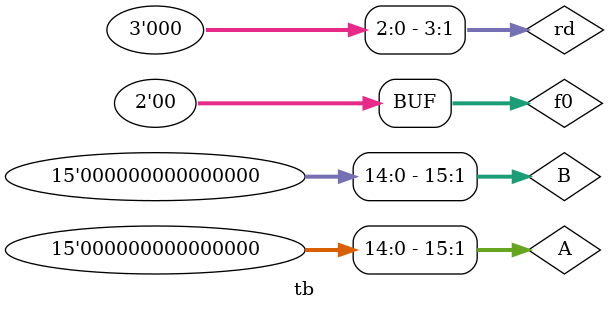
<source format=sv>
`include "design.v"
module tb;
  parameter N=16;
  reg [N-1:0] A, B;
  reg Ci;
  reg [1:0] f0;
  reg [3:0] rd;
  //wire [N-1:0] S;
  //wire [N-1:0] D;
  //wire [7:0] P;
  //wire [7:0] result, remainder;
//wire co;
//wire borr;  
  wire [15:0] x0,x1,x2,x3,x4,x5,x6,x7,x8,x9,x10,x11,x12,x13,x14,x15;
  
 // wire [N-1:0] rd_v;
  
  /*fa_nbit dut (.A(A), .B(B), .Ci(Ci), .s(s), .co(co));
 fs_nbit dutt (.A(A), .B(B), .Ci(Ci), .D(D), .borr(borr));
 multiplier duttt (.P(P), .A(A), .B(B));
  division dutttt(.result(result), .remainder(remainder), .A(A), .B(B));
  mux_4x1 duttttt(.rd_v(rd_v), .f0(f0), f1(f1), .s(s), .D(D), .P(P), .result(result));*/
  
  //eu dut(.rd_v(rd_v), .f0(f0), .A(A), .B(B), .Ci(Ci));
  eu dut(.x0(x0),.x1(x1),.x2(x2),.x3(x3),.x4(x4),.x5(x5),.x6(x6),.x7(x7),.x8(x8),.x9(x9),.x10(x10),.x11(x11),.x12(x12),.x13(x13),.x14(x14),.x15(x15),.rd(rd), .f0(f0), .A(A), .B(B), .Ci(Ci));
initial begin
  repeat(10) begin
  A = $random;
  B = $random;
  Ci = $random;
  f0 = 00;
  rd = $random;
  
  //A = 2;
  //B = 20;
  //Ci = 0;
  //f0 = 0;
  //Ci=0;
	#500;
	
  
  //$display("%0t : A=%0d, B=%0d, Ci=%0d, co=%0d, s=%0d, D=%0d, borr=%0d, P=%0d, result=%0d, remainder=%0d", $time, A, B, Ci, co, s, D, borr, P, result, remainder);
 // $display("rd_v=%b, f0=%b, A=%b, B=%b, Ci=%b", rd_v, f0, A, B, Ci);
  $monitor(" x0=%b, x1=%b, x2=%b, x3=%b, x4=%b, x5=%b, x6=%b, x7=%b, x8=%b, x9=%b, x10=%b, x11=%b, x12=%b, x13=%b, x14=%b, x15=%b, rd=%b,f0=%b, A=%b, B=%b, Ci=%b",x0, x1, x2, x3, x4, x5, x6, x7, x8, x9, x10, x11, x12, x13, x14, x15,rd, f0, A, B, Ci);
  
end
end
  initial begin
    $dumpfile("text.vcd");
    $dumpvars(1);
  end
endmodule


</source>
